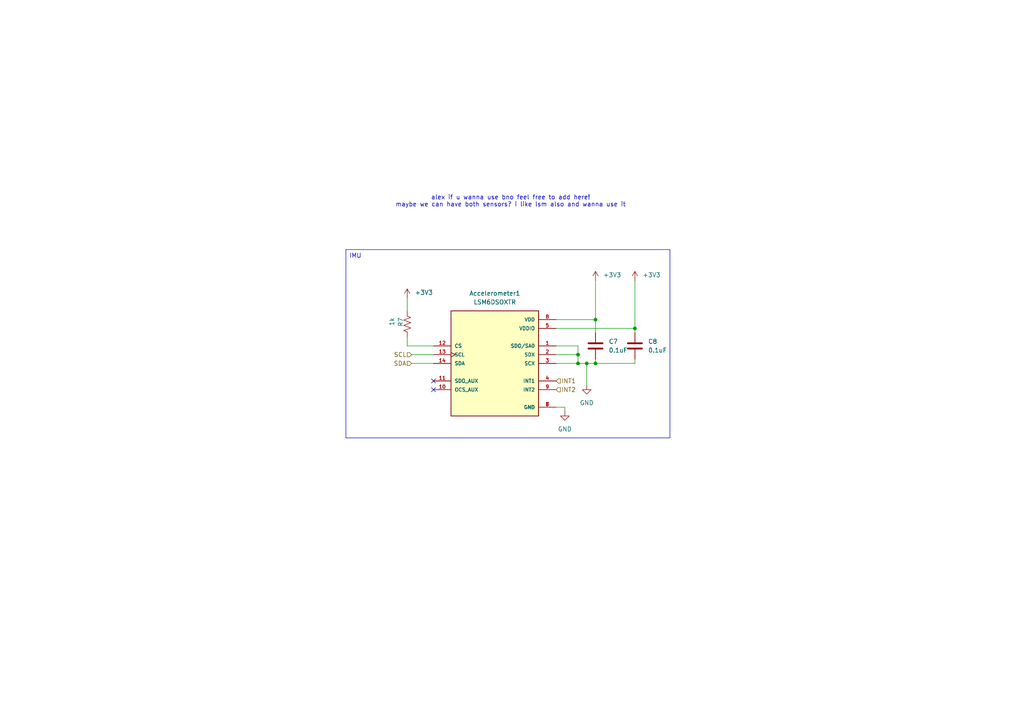
<source format=kicad_sch>
(kicad_sch (version 20231120) (generator "eeschema") (generator_version "8.0")
  (paper "A4")
  (lib_symbols
    (symbol "Device:C" (pin_numbers hide) (pin_names (offset 0.254))
      (property "Reference" "C" (at 0.635 2.54 0))
      (property "Value" "C" (at 0.635 -2.54 0))
      (symbol "C_0_1"
        (polyline (pts (xy -2.032 -0.762) (xy 2.032 -0.762)) (stroke (width 0.508)))
        (polyline (pts (xy -2.032 0.762) (xy 2.032 0.762)) (stroke (width 0.508)))
      )
      (symbol "C_1_1"
        (pin passive line (at 0 3.81 270) (length 2.794) (name "~") (number "1"))
        (pin passive line (at 0 -3.81 90) (length 2.794) (name "~") (number "2"))
      )
    )
    (symbol "Device:R_US" (pin_numbers hide) (pin_names (offset 0))
      (property "Reference" "R" (at 2.54 0 90))
      (property "Value" "R_US" (at -2.54 0 90))
      (symbol "R_US_0_1"
        (polyline (pts (xy 0 -2.286) (xy 0 -2.54)))
        (polyline (pts (xy 0 2.286) (xy 0 2.54)))
        (polyline (pts (xy 0 -0.762) (xy 1.016 -1.143) (xy 0 -1.524) (xy -1.016 -1.905) (xy 0 -2.286)))
        (polyline (pts (xy 0 0.762) (xy 1.016 0.381) (xy 0 0) (xy -1.016 -0.381) (xy 0 -0.762)))
        (polyline (pts (xy 0 2.286) (xy 1.016 1.905) (xy 0 1.524) (xy -1.016 1.143) (xy 0 0.762)))
      )
      (symbol "R_US_1_1"
        (pin passive line (at 0 3.81 270) (length 1.27) (name "~") (number "1"))
        (pin passive line (at 0 -3.81 90) (length 1.27) (name "~") (number "2"))
      )
    )
    (symbol "LSM6DSOXTR:LSM6DSOXTR" (pin_names (offset 1.016))
      (property "Reference" "U" (at -12.7 16.002 0))
      (property "Value" "LSM6DSOXTR" (at -12.7 -17.78 0))
      (symbol "LSM6DSOXTR_0_0"
        (rectangle (start -12.7 -15.24) (end 12.7 15.24) (stroke (width 0.254)) (fill (type background)))
        (pin bidirectional line (at 17.78 5.08 180) (length 5.08) (name "SDO/SA0") (number "1"))
        (pin bidirectional line (at -17.78 -7.62 0) (length 5.08) (name "OCS_AUX") (number "10"))
        (pin bidirectional line (at -17.78 -5.08 0) (length 5.08) (name "SDO_AUX") (number "11"))
        (pin input line (at -17.78 5.08 0) (length 5.08) (name "CS") (number "12"))
        (pin input clock (at -17.78 2.54 0) (length 5.08) (name "SCL") (number "13"))
        (pin bidirectional line (at -17.78 0 0) (length 5.08) (name "SDA") (number "14"))
        (pin bidirectional line (at 17.78 2.54 180) (length 5.08) (name "SDX") (number "2"))
        (pin bidirectional line (at 17.78 0 180) (length 5.08) (name "SCX") (number "3"))
        (pin output line (at 17.78 -5.08 180) (length 5.08) (name "INT1") (number "4"))
        (pin power_in line (at 17.78 10.16 180) (length 5.08) (name "VDDIO") (number "5"))
        (pin power_in line (at 17.78 -12.7 180) (length 5.08) (name "GND") (number "6"))
        (pin power_in line (at 17.78 -12.7 180) (length 5.08) (name "GND") (number "7"))
        (pin power_in line (at 17.78 12.7 180) (length 5.08) (name "VDD") (number "8"))
        (pin output line (at 17.78 -7.62 180) (length 5.08) (name "INT2") (number "9"))
      )
    )
    (symbol "power:+3V3" (power) (pin_numbers hide) (pin_names (offset 0) hide)
      (property "Value" "+3V3" (at 0 3.556 0))
      (symbol "+3V3_0_1"
        (polyline (pts (xy -0.762 1.27) (xy 0 2.54)))
        (polyline (pts (xy 0 0) (xy 0 2.54)))
        (polyline (pts (xy 0 2.54) (xy 0.762 1.27)))
      )
      (symbol "+3V3_1_1"
        (pin power_in line (at 0 0 90) (length 0) (name "~") (number "1"))
      )
    )
    (symbol "power:GND" (power) (pin_numbers hide) (pin_names (offset 0) hide)
      (property "Value" "GND" (at 0 -3.81 0))
      (symbol "GND_0_1"
        (polyline (pts (xy 0 0) (xy 0 -1.27) (xy 1.27 -1.27) (xy 0 -2.54) (xy -1.27 -1.27) (xy 0 -1.27)))
      )
      (symbol "GND_1_1"
        (pin power_in line (at 0 0 270) (length 0) (name "~") (number "1"))
      )
    )
  )
  (junction (at 184.15 95.25))
  (junction (at 167.64 105.41))
  (junction (at 170.18 105.41))
  (junction (at 167.64 102.87))
  (junction (at 172.72 92.71))
  (junction (at 172.72 105.41))
  (no_connect (at 125.73 110.49))
  (no_connect (at 125.73 113.03))
  (wire (pts (xy 118.11 86.36) (xy 118.11 90.17)))
  (wire (pts (xy 119.38 105.41) (xy 125.73 105.41)))
  (wire (pts (xy 161.29 105.41) (xy 167.64 105.41)))
  (wire (pts (xy 167.64 102.87) (xy 167.64 105.41)))
  (wire (pts (xy 170.18 105.41) (xy 170.18 111.76)))
  (wire (pts (xy 167.64 105.41) (xy 170.18 105.41)))
  (wire (pts (xy 167.64 100.33) (xy 167.64 102.87)))
  (wire (pts (xy 161.29 102.87) (xy 167.64 102.87)))
  (wire (pts (xy 119.38 102.87) (xy 125.73 102.87)))
  (wire (pts (xy 163.83 118.11) (xy 163.83 119.38)))
  (wire (pts (xy 172.72 105.41) (xy 172.72 104.14)))
  (wire (pts (xy 184.15 105.41) (xy 184.15 104.14)))
  (wire (pts (xy 172.72 92.71) (xy 172.72 96.52)))
  (wire (pts (xy 118.11 97.79) (xy 118.11 100.33)))
  (wire (pts (xy 118.11 100.33) (xy 125.73 100.33)))
  (wire (pts (xy 172.72 105.41) (xy 184.15 105.41)))
  (wire (pts (xy 184.15 81.28) (xy 184.15 95.25)))
  (wire (pts (xy 170.18 105.41) (xy 172.72 105.41)))
  (wire (pts (xy 161.29 118.11) (xy 163.83 118.11)))
  (wire (pts (xy 161.29 100.33) (xy 167.64 100.33)))
  (wire (pts (xy 172.72 81.28) (xy 172.72 92.71)))
  (wire (pts (xy 184.15 95.25) (xy 184.15 96.52)))
  (wire (pts (xy 161.29 95.25) (xy 184.15 95.25)))
  (wire (pts (xy 172.72 92.71) (xy 161.29 92.71)))
  (text_box "IMU\n" (at 100.33 72.39 0) (size 93.98 54.61) (effects (font (size 1.27 1.27)) (justify left top)))
  (text "alex if u wanna use bno feel free to add here! \nmaybe we can have both sensors? i like lsm also and wanna use it " (at 148.59 58.42 0) (effects (font (size 1.27 1.27))))
  (hierarchical_label "SDA" (shape input) (at 119.38 105.41 180))
  (hierarchical_label "SCL" (shape input) (at 119.38 102.87 180))
  (hierarchical_label "INT2" (shape input) (at 161.29 113.03 0))
  (hierarchical_label "INT1" (shape input) (at 161.29 110.49 0))
  (symbol (lib_id "power:GND") (at 170.18 111.76 0) (unit 1)
    (property "Reference" "#PWR039" (effects (hide yes)))
    (property "Value" "GND" (at 170.18 116.84 0))
    (property "Description" "Power symbol creates a global label with name \"GND\" , ground" (effects (hide yes)))
  )
  (symbol (lib_id "power:+3V3") (at 184.15 81.28 0) (unit 1)
    (property "Reference" "#PWR041" (effects (hide yes)))
    (property "Value" "+3V3" (at 188.976 79.756 0))
    (property "Description" "Power symbol creates a global label with name \"+3V3\"" (effects (hide yes)))
  )
  (symbol (lib_id "Device:C") (at 184.15 100.33 0) (unit 1)
    (property "Reference" "C8" (at 187.96 99.0599 0) (effects (justify left)))
    (property "Value" "0.1uF" (at 187.96 101.5999 0) (effects (justify left)))
    (property "Footprint" "Capacitor_SMD:C_0805_2012Metric" (effects (hide yes)))
    (property "Description" "Unpolarized capacitor" (effects (hide yes)))
    (property "MANUFACTURER" " 581-KAM21KR72A104KU " (effects (hide yes)))
  )
  (symbol (lib_id "LSM6DSOXTR:LSM6DSOXTR") (at 143.51 105.41 0) (unit 1)
    (property "Reference" "Accelerometer1" (at 143.51 85.09 0))
    (property "Value" "LSM6DSOXTR" (at 143.51 87.63 0))
    (property "Footprint" "LSM6DSOXTR:PQFN50P250X300X86-14N" (effects (hide yes)))
    (property "Datasheet" "https://learn.adafruit.com/assets/85363" (effects (hide yes)))
    (property "MF" "STMicroelectronics" (effects (hide yes)))
    (property "Description_1" "\nAccelerometer, Gyroscope, 6 Axis Sensor I2C, SPI Output\n" (effects (hide yes)))
    (property "Package" "VFLGA-14 STMicroelectronics" (effects (hide yes)))
    (property "Price" "None" (effects (hide yes)))
    (property "Check_prices" "https://www.snapeda.com/parts/LSM6DSOXTR/STMicroelectronics/view-part/?ref=eda" (effects (hide yes)))
    (property "STANDARD" "IPC7351B" (effects (hide yes)))
    (property "PARTREV" "3.0" (effects (hide yes)))
    (property "SnapEDA_Link" "https://www.snapeda.com/parts/LSM6DSOXTR/STMicroelectronics/view-part/?ref=snap" (effects (hide yes)))
    (property "MP" "LSM6DSOXTR" (effects (hide yes)))
    (property "Purchase-URL" "https://www.snapeda.com/api/url_track_click_mouser/?unipart_id=3227828&manufacturer=STMicroelectronics&part_name=LSM6DSOXTR&search_term=None" (effects (hide yes)))
    (property "Availability" "In Stock" (effects (hide yes)))
    (property "MANUFACTURER" " 511-LSM6DSOXTR " (effects (hide yes)))
  )
  (symbol (lib_id "power:+3V3") (at 172.72 81.28 0) (unit 1)
    (property "Reference" "#PWR040" (effects (hide yes)))
    (property "Value" "+3V3" (at 177.546 79.756 0))
    (property "Description" "Power symbol creates a global label with name \"+3V3\"" (effects (hide yes)))
  )
  (symbol (lib_id "power:GND") (at 163.83 119.38 0) (unit 1)
    (property "Reference" "#PWR038" (effects (hide yes)))
    (property "Value" "GND" (at 163.83 124.46 0))
    (property "Description" "Power symbol creates a global label with name \"GND\" , ground" (effects (hide yes)))
  )
  (symbol (lib_id "Device:C") (at 172.72 100.33 0) (unit 1)
    (property "Reference" "C7" (at 176.53 99.0599 0) (effects (justify left)))
    (property "Value" "0.1uF" (at 176.53 101.5999 0) (effects (justify left)))
    (property "Footprint" "Capacitor_SMD:C_0805_2012Metric" (effects (hide yes)))
    (property "Description" "Unpolarized capacitor" (effects (hide yes)))
    (property "MANUFACTURER" " 581-KAM21KR72A104KU " (effects (hide yes)))
  )
  (symbol (lib_id "power:+3V3") (at 118.11 86.36 0) (unit 1)
    (property "Reference" "#PWR037" (effects (hide yes)))
    (property "Value" "+3V3" (at 122.936 84.836 0))
    (property "Description" "Power symbol creates a global label with name \"+3V3\"" (effects (hide yes)))
  )
  (symbol (lib_id "Device:R_US") (at 118.11 93.98 180) (unit 1)
    (property "Reference" "R7" (at 116.205 92.075 90) (effects (justify left)))
    (property "Value" "1k" (at 113.665 92.075 90) (effects (justify left)))
    (property "Footprint" "Resistor_SMD:R_0805_2012Metric" (effects (hide yes)))
    (property "MANUFACTURER" " 652-CRT0805AFY-1001E " (effects (hide yes)))
  )
)
</source>
